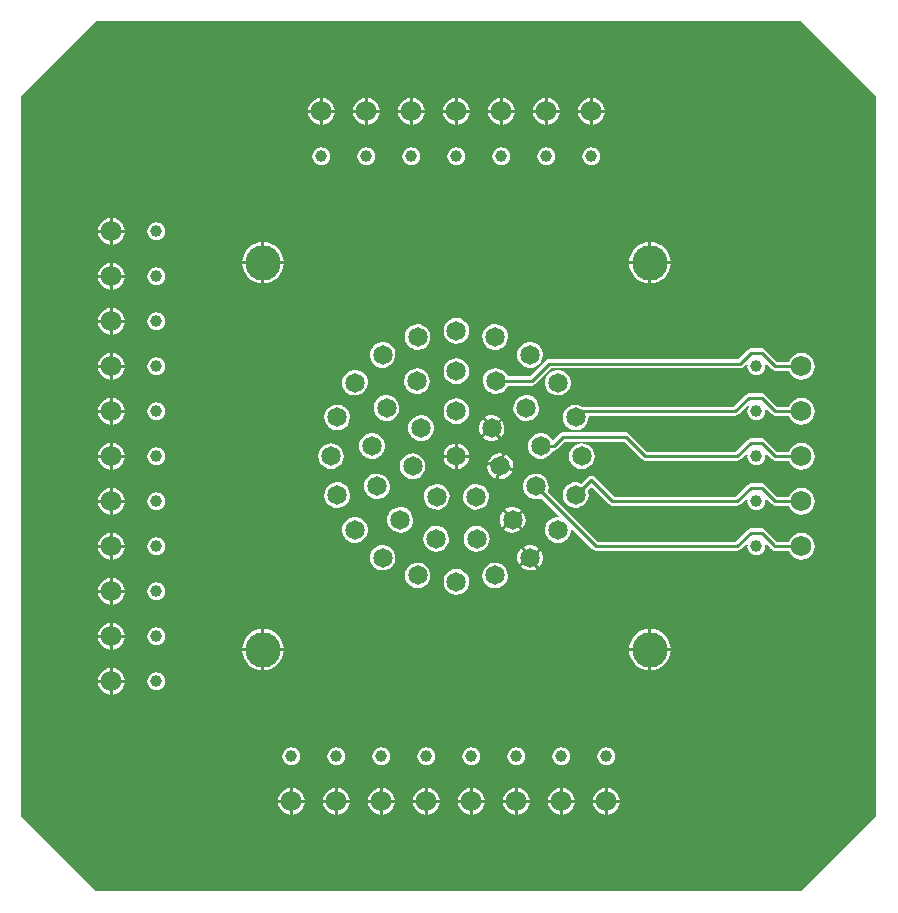
<source format=gbl>
G04 Layer_Physical_Order=2*
G04 Layer_Color=16711680*
%FSLAX24Y24*%
%MOIN*%
G70*
G01*
G75*
%ADD10C,0.0100*%
%ADD12C,0.0394*%
%ADD13C,0.0689*%
%ADD14C,0.0650*%
%ADD15C,0.1181*%
G36*
X29000Y27000D02*
Y3000D01*
X26500Y500D01*
X3000D01*
X500Y3000D01*
Y27000D01*
X3000Y29500D01*
X26500Y29500D01*
X29000Y27000D01*
D02*
G37*
%LPC*%
G36*
X19550Y26942D02*
Y26550D01*
X19942D01*
X19933Y26616D01*
X19888Y26724D01*
X19817Y26817D01*
X19724Y26888D01*
X19616Y26933D01*
X19550Y26942D01*
D02*
G37*
G36*
X18050D02*
Y26550D01*
X18442D01*
X18433Y26616D01*
X18388Y26724D01*
X18317Y26817D01*
X18224Y26888D01*
X18116Y26933D01*
X18050Y26942D01*
D02*
G37*
G36*
X16550D02*
Y26550D01*
X16942D01*
X16933Y26616D01*
X16888Y26724D01*
X16817Y26817D01*
X16724Y26888D01*
X16616Y26933D01*
X16550Y26942D01*
D02*
G37*
G36*
X15050D02*
Y26550D01*
X15442D01*
X15433Y26616D01*
X15388Y26724D01*
X15317Y26817D01*
X15224Y26888D01*
X15116Y26933D01*
X15050Y26942D01*
D02*
G37*
G36*
X13550D02*
Y26550D01*
X13942D01*
X13933Y26616D01*
X13888Y26724D01*
X13817Y26817D01*
X13724Y26888D01*
X13616Y26933D01*
X13550Y26942D01*
D02*
G37*
G36*
X12050D02*
Y26550D01*
X12442D01*
X12433Y26616D01*
X12388Y26724D01*
X12317Y26817D01*
X12224Y26888D01*
X12116Y26933D01*
X12050Y26942D01*
D02*
G37*
G36*
X10550D02*
Y26550D01*
X10942D01*
X10933Y26616D01*
X10888Y26724D01*
X10817Y26817D01*
X10724Y26888D01*
X10616Y26933D01*
X10550Y26942D01*
D02*
G37*
G36*
X19450D02*
X19384Y26933D01*
X19276Y26888D01*
X19183Y26817D01*
X19112Y26724D01*
X19067Y26616D01*
X19058Y26550D01*
X19450D01*
Y26942D01*
D02*
G37*
G36*
X17950D02*
X17884Y26933D01*
X17776Y26888D01*
X17683Y26817D01*
X17612Y26724D01*
X17567Y26616D01*
X17558Y26550D01*
X17950D01*
Y26942D01*
D02*
G37*
G36*
X16450D02*
X16384Y26933D01*
X16276Y26888D01*
X16183Y26817D01*
X16112Y26724D01*
X16067Y26616D01*
X16058Y26550D01*
X16450D01*
Y26942D01*
D02*
G37*
G36*
X14950D02*
X14884Y26933D01*
X14776Y26888D01*
X14683Y26817D01*
X14612Y26724D01*
X14567Y26616D01*
X14558Y26550D01*
X14950D01*
Y26942D01*
D02*
G37*
G36*
X13450D02*
X13384Y26933D01*
X13276Y26888D01*
X13183Y26817D01*
X13112Y26724D01*
X13067Y26616D01*
X13058Y26550D01*
X13450D01*
Y26942D01*
D02*
G37*
G36*
X11950D02*
X11884Y26933D01*
X11776Y26888D01*
X11683Y26817D01*
X11612Y26724D01*
X11567Y26616D01*
X11558Y26550D01*
X11950D01*
Y26942D01*
D02*
G37*
G36*
X10450D02*
X10384Y26933D01*
X10276Y26888D01*
X10183Y26817D01*
X10112Y26724D01*
X10067Y26616D01*
X10058Y26550D01*
X10450D01*
Y26942D01*
D02*
G37*
G36*
X19942Y26450D02*
X19550D01*
Y26058D01*
X19616Y26067D01*
X19724Y26112D01*
X19817Y26183D01*
X19888Y26276D01*
X19933Y26384D01*
X19942Y26450D01*
D02*
G37*
G36*
X18442D02*
X18050D01*
Y26058D01*
X18116Y26067D01*
X18224Y26112D01*
X18317Y26183D01*
X18388Y26276D01*
X18433Y26384D01*
X18442Y26450D01*
D02*
G37*
G36*
X16942D02*
X16550D01*
Y26058D01*
X16616Y26067D01*
X16724Y26112D01*
X16817Y26183D01*
X16888Y26276D01*
X16933Y26384D01*
X16942Y26450D01*
D02*
G37*
G36*
X15442D02*
X15050D01*
Y26058D01*
X15116Y26067D01*
X15224Y26112D01*
X15317Y26183D01*
X15388Y26276D01*
X15433Y26384D01*
X15442Y26450D01*
D02*
G37*
G36*
X13942D02*
X13550D01*
Y26058D01*
X13616Y26067D01*
X13724Y26112D01*
X13817Y26183D01*
X13888Y26276D01*
X13933Y26384D01*
X13942Y26450D01*
D02*
G37*
G36*
X12442D02*
X12050D01*
Y26058D01*
X12116Y26067D01*
X12224Y26112D01*
X12317Y26183D01*
X12388Y26276D01*
X12433Y26384D01*
X12442Y26450D01*
D02*
G37*
G36*
X10942D02*
X10550D01*
Y26058D01*
X10616Y26067D01*
X10724Y26112D01*
X10817Y26183D01*
X10888Y26276D01*
X10933Y26384D01*
X10942Y26450D01*
D02*
G37*
G36*
X19450D02*
X19058D01*
X19067Y26384D01*
X19112Y26276D01*
X19183Y26183D01*
X19276Y26112D01*
X19384Y26067D01*
X19450Y26058D01*
Y26450D01*
D02*
G37*
G36*
X17950D02*
X17558D01*
X17567Y26384D01*
X17612Y26276D01*
X17683Y26183D01*
X17776Y26112D01*
X17884Y26067D01*
X17950Y26058D01*
Y26450D01*
D02*
G37*
G36*
X16450D02*
X16058D01*
X16067Y26384D01*
X16112Y26276D01*
X16183Y26183D01*
X16276Y26112D01*
X16384Y26067D01*
X16450Y26058D01*
Y26450D01*
D02*
G37*
G36*
X14950D02*
X14558D01*
X14567Y26384D01*
X14612Y26276D01*
X14683Y26183D01*
X14776Y26112D01*
X14884Y26067D01*
X14950Y26058D01*
Y26450D01*
D02*
G37*
G36*
X13450D02*
X13058D01*
X13067Y26384D01*
X13112Y26276D01*
X13183Y26183D01*
X13276Y26112D01*
X13384Y26067D01*
X13450Y26058D01*
Y26450D01*
D02*
G37*
G36*
X11950D02*
X11558D01*
X11567Y26384D01*
X11612Y26276D01*
X11683Y26183D01*
X11776Y26112D01*
X11884Y26067D01*
X11950Y26058D01*
Y26450D01*
D02*
G37*
G36*
X10450D02*
X10058D01*
X10067Y26384D01*
X10112Y26276D01*
X10183Y26183D01*
X10276Y26112D01*
X10384Y26067D01*
X10450Y26058D01*
Y26450D01*
D02*
G37*
G36*
X19500Y25299D02*
X19423Y25289D01*
X19350Y25259D01*
X19288Y25212D01*
X19241Y25150D01*
X19211Y25077D01*
X19201Y25000D01*
X19211Y24923D01*
X19241Y24850D01*
X19288Y24788D01*
X19350Y24741D01*
X19423Y24711D01*
X19500Y24701D01*
X19577Y24711D01*
X19650Y24741D01*
X19712Y24788D01*
X19759Y24850D01*
X19789Y24923D01*
X19799Y25000D01*
X19789Y25077D01*
X19759Y25150D01*
X19712Y25212D01*
X19650Y25259D01*
X19577Y25289D01*
X19500Y25299D01*
D02*
G37*
G36*
X18000D02*
X17923Y25289D01*
X17850Y25259D01*
X17788Y25212D01*
X17741Y25150D01*
X17711Y25077D01*
X17701Y25000D01*
X17711Y24923D01*
X17741Y24850D01*
X17788Y24788D01*
X17850Y24741D01*
X17923Y24711D01*
X18000Y24701D01*
X18077Y24711D01*
X18150Y24741D01*
X18212Y24788D01*
X18259Y24850D01*
X18289Y24923D01*
X18299Y25000D01*
X18289Y25077D01*
X18259Y25150D01*
X18212Y25212D01*
X18150Y25259D01*
X18077Y25289D01*
X18000Y25299D01*
D02*
G37*
G36*
X16500D02*
X16423Y25289D01*
X16350Y25259D01*
X16288Y25212D01*
X16241Y25150D01*
X16211Y25077D01*
X16201Y25000D01*
X16211Y24923D01*
X16241Y24850D01*
X16288Y24788D01*
X16350Y24741D01*
X16423Y24711D01*
X16500Y24701D01*
X16577Y24711D01*
X16650Y24741D01*
X16712Y24788D01*
X16759Y24850D01*
X16789Y24923D01*
X16799Y25000D01*
X16789Y25077D01*
X16759Y25150D01*
X16712Y25212D01*
X16650Y25259D01*
X16577Y25289D01*
X16500Y25299D01*
D02*
G37*
G36*
X15000D02*
X14923Y25289D01*
X14850Y25259D01*
X14788Y25212D01*
X14741Y25150D01*
X14711Y25077D01*
X14701Y25000D01*
X14711Y24923D01*
X14741Y24850D01*
X14788Y24788D01*
X14850Y24741D01*
X14923Y24711D01*
X15000Y24701D01*
X15077Y24711D01*
X15150Y24741D01*
X15212Y24788D01*
X15259Y24850D01*
X15289Y24923D01*
X15299Y25000D01*
X15289Y25077D01*
X15259Y25150D01*
X15212Y25212D01*
X15150Y25259D01*
X15077Y25289D01*
X15000Y25299D01*
D02*
G37*
G36*
X13500D02*
X13423Y25289D01*
X13350Y25259D01*
X13288Y25212D01*
X13241Y25150D01*
X13211Y25077D01*
X13201Y25000D01*
X13211Y24923D01*
X13241Y24850D01*
X13288Y24788D01*
X13350Y24741D01*
X13423Y24711D01*
X13500Y24701D01*
X13577Y24711D01*
X13650Y24741D01*
X13712Y24788D01*
X13759Y24850D01*
X13789Y24923D01*
X13799Y25000D01*
X13789Y25077D01*
X13759Y25150D01*
X13712Y25212D01*
X13650Y25259D01*
X13577Y25289D01*
X13500Y25299D01*
D02*
G37*
G36*
X12000D02*
X11923Y25289D01*
X11850Y25259D01*
X11788Y25212D01*
X11741Y25150D01*
X11711Y25077D01*
X11701Y25000D01*
X11711Y24923D01*
X11741Y24850D01*
X11788Y24788D01*
X11850Y24741D01*
X11923Y24711D01*
X12000Y24701D01*
X12077Y24711D01*
X12150Y24741D01*
X12212Y24788D01*
X12259Y24850D01*
X12289Y24923D01*
X12299Y25000D01*
X12289Y25077D01*
X12259Y25150D01*
X12212Y25212D01*
X12150Y25259D01*
X12077Y25289D01*
X12000Y25299D01*
D02*
G37*
G36*
X10500D02*
X10423Y25289D01*
X10350Y25259D01*
X10288Y25212D01*
X10241Y25150D01*
X10211Y25077D01*
X10201Y25000D01*
X10211Y24923D01*
X10241Y24850D01*
X10288Y24788D01*
X10350Y24741D01*
X10423Y24711D01*
X10500Y24701D01*
X10577Y24711D01*
X10650Y24741D01*
X10712Y24788D01*
X10759Y24850D01*
X10789Y24923D01*
X10799Y25000D01*
X10789Y25077D01*
X10759Y25150D01*
X10712Y25212D01*
X10650Y25259D01*
X10577Y25289D01*
X10500Y25299D01*
D02*
G37*
G36*
X3550Y22942D02*
Y22550D01*
X3942D01*
X3933Y22616D01*
X3888Y22724D01*
X3817Y22817D01*
X3724Y22888D01*
X3616Y22933D01*
X3550Y22942D01*
D02*
G37*
G36*
X3450D02*
X3384Y22933D01*
X3276Y22888D01*
X3183Y22817D01*
X3112Y22724D01*
X3067Y22616D01*
X3058Y22550D01*
X3450D01*
Y22942D01*
D02*
G37*
G36*
X5000Y22799D02*
X4923Y22789D01*
X4850Y22759D01*
X4788Y22712D01*
X4741Y22650D01*
X4711Y22577D01*
X4701Y22500D01*
X4711Y22423D01*
X4741Y22350D01*
X4788Y22288D01*
X4850Y22241D01*
X4923Y22211D01*
X5000Y22201D01*
X5077Y22211D01*
X5150Y22241D01*
X5212Y22288D01*
X5259Y22350D01*
X5289Y22423D01*
X5299Y22500D01*
X5289Y22577D01*
X5259Y22650D01*
X5212Y22712D01*
X5150Y22759D01*
X5077Y22789D01*
X5000Y22799D01*
D02*
G37*
G36*
X3942Y22450D02*
X3550D01*
Y22058D01*
X3616Y22067D01*
X3724Y22112D01*
X3817Y22183D01*
X3888Y22276D01*
X3933Y22384D01*
X3942Y22450D01*
D02*
G37*
G36*
X3450D02*
X3058D01*
X3067Y22384D01*
X3112Y22276D01*
X3183Y22183D01*
X3276Y22112D01*
X3384Y22067D01*
X3450Y22058D01*
Y22450D01*
D02*
G37*
G36*
X21499Y22138D02*
Y21499D01*
X22138D01*
X22129Y21584D01*
X22090Y21714D01*
X22026Y21834D01*
X21939Y21939D01*
X21834Y22026D01*
X21714Y22090D01*
X21584Y22129D01*
X21499Y22138D01*
D02*
G37*
G36*
X21399D02*
X21313Y22129D01*
X21183Y22090D01*
X21063Y22026D01*
X20958Y21939D01*
X20872Y21834D01*
X20808Y21714D01*
X20768Y21584D01*
X20760Y21499D01*
X21399D01*
Y22138D01*
D02*
G37*
G36*
X8601D02*
Y21499D01*
X9240D01*
X9232Y21584D01*
X9192Y21714D01*
X9128Y21834D01*
X9042Y21939D01*
X8937Y22026D01*
X8817Y22090D01*
X8687Y22129D01*
X8601Y22138D01*
D02*
G37*
G36*
X8501D02*
X8416Y22129D01*
X8286Y22090D01*
X8166Y22026D01*
X8061Y21939D01*
X7974Y21834D01*
X7910Y21714D01*
X7871Y21584D01*
X7862Y21499D01*
X8501D01*
Y22138D01*
D02*
G37*
G36*
X3550Y21442D02*
Y21050D01*
X3942D01*
X3933Y21116D01*
X3888Y21224D01*
X3817Y21317D01*
X3724Y21388D01*
X3616Y21433D01*
X3550Y21442D01*
D02*
G37*
G36*
X3450D02*
X3384Y21433D01*
X3276Y21388D01*
X3183Y21317D01*
X3112Y21224D01*
X3067Y21116D01*
X3058Y21050D01*
X3450D01*
Y21442D01*
D02*
G37*
G36*
X22138Y21399D02*
X21499D01*
Y20760D01*
X21584Y20768D01*
X21714Y20808D01*
X21834Y20872D01*
X21939Y20958D01*
X22026Y21063D01*
X22090Y21183D01*
X22129Y21313D01*
X22138Y21399D01*
D02*
G37*
G36*
X21399D02*
X20760D01*
X20768Y21313D01*
X20808Y21183D01*
X20872Y21063D01*
X20958Y20958D01*
X21063Y20872D01*
X21183Y20808D01*
X21313Y20768D01*
X21399Y20760D01*
Y21399D01*
D02*
G37*
G36*
X9240D02*
X8601D01*
Y20760D01*
X8687Y20768D01*
X8817Y20808D01*
X8937Y20872D01*
X9042Y20958D01*
X9128Y21063D01*
X9192Y21183D01*
X9232Y21313D01*
X9240Y21399D01*
D02*
G37*
G36*
X8501D02*
X7862D01*
X7871Y21313D01*
X7910Y21183D01*
X7974Y21063D01*
X8061Y20958D01*
X8166Y20872D01*
X8286Y20808D01*
X8416Y20768D01*
X8501Y20760D01*
Y21399D01*
D02*
G37*
G36*
X5000Y21299D02*
X4923Y21289D01*
X4850Y21259D01*
X4788Y21212D01*
X4741Y21150D01*
X4711Y21077D01*
X4701Y21000D01*
X4711Y20923D01*
X4741Y20850D01*
X4788Y20788D01*
X4850Y20741D01*
X4923Y20711D01*
X5000Y20701D01*
X5077Y20711D01*
X5150Y20741D01*
X5212Y20788D01*
X5259Y20850D01*
X5289Y20923D01*
X5299Y21000D01*
X5289Y21077D01*
X5259Y21150D01*
X5212Y21212D01*
X5150Y21259D01*
X5077Y21289D01*
X5000Y21299D01*
D02*
G37*
G36*
X3942Y20950D02*
X3550D01*
Y20558D01*
X3616Y20567D01*
X3724Y20612D01*
X3817Y20683D01*
X3888Y20776D01*
X3933Y20884D01*
X3942Y20950D01*
D02*
G37*
G36*
X3450D02*
X3058D01*
X3067Y20884D01*
X3112Y20776D01*
X3183Y20683D01*
X3276Y20612D01*
X3384Y20567D01*
X3450Y20558D01*
Y20950D01*
D02*
G37*
G36*
X3550Y19942D02*
Y19550D01*
X3942D01*
X3933Y19616D01*
X3888Y19724D01*
X3817Y19817D01*
X3724Y19888D01*
X3616Y19933D01*
X3550Y19942D01*
D02*
G37*
G36*
X3450D02*
X3384Y19933D01*
X3276Y19888D01*
X3183Y19817D01*
X3112Y19724D01*
X3067Y19616D01*
X3058Y19550D01*
X3450D01*
Y19942D01*
D02*
G37*
G36*
X5000Y19799D02*
X4923Y19789D01*
X4850Y19759D01*
X4788Y19712D01*
X4741Y19650D01*
X4711Y19577D01*
X4701Y19500D01*
X4711Y19423D01*
X4741Y19350D01*
X4788Y19288D01*
X4850Y19241D01*
X4923Y19211D01*
X5000Y19201D01*
X5077Y19211D01*
X5150Y19241D01*
X5212Y19288D01*
X5259Y19350D01*
X5289Y19423D01*
X5299Y19500D01*
X5289Y19577D01*
X5259Y19650D01*
X5212Y19712D01*
X5150Y19759D01*
X5077Y19789D01*
X5000Y19799D01*
D02*
G37*
G36*
X3942Y19450D02*
X3550D01*
Y19058D01*
X3616Y19067D01*
X3724Y19112D01*
X3817Y19183D01*
X3888Y19276D01*
X3933Y19384D01*
X3942Y19450D01*
D02*
G37*
G36*
X3450D02*
X3058D01*
X3067Y19384D01*
X3112Y19276D01*
X3183Y19183D01*
X3276Y19112D01*
X3384Y19067D01*
X3450Y19058D01*
Y19450D01*
D02*
G37*
G36*
X15000Y19609D02*
X14889Y19594D01*
X14786Y19551D01*
X14697Y19483D01*
X14629Y19394D01*
X14586Y19291D01*
X14571Y19180D01*
X14586Y19069D01*
X14629Y18966D01*
X14697Y18877D01*
X14786Y18809D01*
X14889Y18766D01*
X15000Y18751D01*
X15111Y18766D01*
X15214Y18809D01*
X15303Y18877D01*
X15371Y18966D01*
X15414Y19069D01*
X15429Y19180D01*
X15414Y19291D01*
X15371Y19394D01*
X15303Y19483D01*
X15214Y19551D01*
X15111Y19594D01*
X15000Y19609D01*
D02*
G37*
G36*
X16314Y19404D02*
X16203Y19395D01*
X16097Y19357D01*
X16005Y19294D01*
X15932Y19209D01*
X15884Y19108D01*
X15864Y18998D01*
X15872Y18886D01*
X15910Y18781D01*
X15973Y18689D01*
X16058Y18616D01*
X16159Y18568D01*
X16269Y18547D01*
X16381Y18556D01*
X16486Y18593D01*
X16579Y18657D01*
X16651Y18742D01*
X16699Y18843D01*
X16720Y18953D01*
X16711Y19065D01*
X16674Y19170D01*
X16610Y19262D01*
X16525Y19335D01*
X16424Y19383D01*
X16314Y19404D01*
D02*
G37*
G36*
X13686D02*
X13576Y19383D01*
X13475Y19335D01*
X13390Y19262D01*
X13326Y19170D01*
X13289Y19065D01*
X13280Y18953D01*
X13301Y18843D01*
X13349Y18742D01*
X13421Y18657D01*
X13514Y18593D01*
X13619Y18556D01*
X13731Y18547D01*
X13841Y18568D01*
X13942Y18616D01*
X14027Y18689D01*
X14090Y18781D01*
X14128Y18886D01*
X14136Y18998D01*
X14116Y19108D01*
X14068Y19209D01*
X13995Y19294D01*
X13903Y19357D01*
X13797Y19395D01*
X13686Y19404D01*
D02*
G37*
G36*
X3550Y18442D02*
Y18050D01*
X3942D01*
X3933Y18116D01*
X3888Y18224D01*
X3817Y18317D01*
X3724Y18388D01*
X3616Y18433D01*
X3550Y18442D01*
D02*
G37*
G36*
X3450D02*
X3384Y18433D01*
X3276Y18388D01*
X3183Y18317D01*
X3112Y18224D01*
X3067Y18116D01*
X3058Y18050D01*
X3450D01*
Y18442D01*
D02*
G37*
G36*
X17502Y18808D02*
X17390Y18805D01*
X17283Y18773D01*
X17187Y18715D01*
X17110Y18634D01*
X17057Y18535D01*
X17031Y18427D01*
X17034Y18315D01*
X17065Y18207D01*
X17124Y18112D01*
X17205Y18035D01*
X17303Y17981D01*
X17412Y17955D01*
X17524Y17958D01*
X17631Y17990D01*
X17727Y18049D01*
X17804Y18130D01*
X17857Y18228D01*
X17883Y18337D01*
X17880Y18449D01*
X17849Y18556D01*
X17790Y18651D01*
X17709Y18728D01*
X17611Y18782D01*
X17502Y18808D01*
D02*
G37*
G36*
X12498D02*
X12389Y18782D01*
X12291Y18728D01*
X12210Y18651D01*
X12151Y18556D01*
X12120Y18449D01*
X12117Y18337D01*
X12143Y18228D01*
X12196Y18130D01*
X12273Y18049D01*
X12369Y17990D01*
X12476Y17958D01*
X12588Y17955D01*
X12697Y17981D01*
X12795Y18035D01*
X12876Y18112D01*
X12935Y18207D01*
X12966Y18315D01*
X12969Y18427D01*
X12943Y18535D01*
X12890Y18634D01*
X12813Y18715D01*
X12717Y18773D01*
X12610Y18805D01*
X12498Y18808D01*
D02*
G37*
G36*
X5000Y18299D02*
X4923Y18289D01*
X4850Y18259D01*
X4788Y18212D01*
X4741Y18150D01*
X4711Y18077D01*
X4701Y18000D01*
X4711Y17923D01*
X4741Y17850D01*
X4788Y17788D01*
X4850Y17741D01*
X4923Y17711D01*
X5000Y17701D01*
X5077Y17711D01*
X5150Y17741D01*
X5212Y17788D01*
X5259Y17850D01*
X5289Y17923D01*
X5299Y18000D01*
X5289Y18077D01*
X5259Y18150D01*
X5212Y18212D01*
X5150Y18259D01*
X5077Y18289D01*
X5000Y18299D01*
D02*
G37*
G36*
X3942Y17950D02*
X3550D01*
Y17558D01*
X3616Y17567D01*
X3724Y17612D01*
X3817Y17683D01*
X3888Y17776D01*
X3933Y17884D01*
X3942Y17950D01*
D02*
G37*
G36*
X3450D02*
X3058D01*
X3067Y17884D01*
X3112Y17776D01*
X3183Y17683D01*
X3276Y17612D01*
X3384Y17567D01*
X3450Y17558D01*
Y17950D01*
D02*
G37*
G36*
X25186Y18603D02*
X24814D01*
X24755Y18591D01*
X24705Y18558D01*
X24390Y18243D01*
X18090D01*
X18031Y18231D01*
X17982Y18198D01*
X17442Y17659D01*
X16713D01*
X16678Y17735D01*
X16606Y17821D01*
X16515Y17885D01*
X16410Y17924D01*
X16298Y17934D01*
X16188Y17915D01*
X16086Y17868D01*
X16000Y17796D01*
X15936Y17705D01*
X15897Y17600D01*
X15887Y17489D01*
X15906Y17378D01*
X15953Y17277D01*
X16025Y17191D01*
X16116Y17126D01*
X16221Y17088D01*
X16333Y17077D01*
X16443Y17096D01*
X16544Y17143D01*
X16630Y17215D01*
X16695Y17307D01*
X16712Y17353D01*
X17506D01*
X17564Y17364D01*
X17614Y17398D01*
X18153Y17937D01*
X24454D01*
X24512Y17949D01*
X24562Y17982D01*
X24661Y18081D01*
X24708Y18058D01*
X24701Y18000D01*
X24711Y17923D01*
X24741Y17850D01*
X24788Y17788D01*
X24850Y17741D01*
X24923Y17711D01*
X25000Y17701D01*
X25077Y17711D01*
X25150Y17741D01*
X25212Y17788D01*
X25259Y17850D01*
X25289Y17923D01*
X25299Y18000D01*
X25292Y18058D01*
X25339Y18081D01*
X25528Y17892D01*
X25578Y17859D01*
X25636Y17847D01*
X26082D01*
X26112Y17776D01*
X26183Y17683D01*
X26276Y17612D01*
X26384Y17567D01*
X26500Y17552D01*
X26616Y17567D01*
X26724Y17612D01*
X26817Y17683D01*
X26888Y17776D01*
X26933Y17884D01*
X26948Y18000D01*
X26933Y18116D01*
X26888Y18224D01*
X26817Y18317D01*
X26724Y18388D01*
X26616Y18433D01*
X26500Y18448D01*
X26384Y18433D01*
X26276Y18388D01*
X26183Y18317D01*
X26112Y18224D01*
X26082Y18153D01*
X25700D01*
X25295Y18558D01*
X25245Y18591D01*
X25186Y18603D01*
D02*
G37*
G36*
X15000Y18259D02*
X14889Y18244D01*
X14786Y18201D01*
X14697Y18133D01*
X14629Y18044D01*
X14586Y17941D01*
X14571Y17830D01*
X14586Y17719D01*
X14629Y17616D01*
X14697Y17527D01*
X14786Y17459D01*
X14889Y17416D01*
X15000Y17401D01*
X15111Y17416D01*
X15214Y17459D01*
X15303Y17527D01*
X15371Y17616D01*
X15414Y17719D01*
X15429Y17830D01*
X15414Y17941D01*
X15371Y18044D01*
X15303Y18133D01*
X15214Y18201D01*
X15111Y18244D01*
X15000Y18259D01*
D02*
G37*
G36*
X13702Y17934D02*
X13591Y17924D01*
X13486Y17885D01*
X13394Y17821D01*
X13323Y17735D01*
X13276Y17633D01*
X13257Y17523D01*
X13267Y17412D01*
X13305Y17307D01*
X13370Y17215D01*
X13456Y17144D01*
X13557Y17097D01*
X13668Y17078D01*
X13779Y17088D01*
X13884Y17126D01*
X13976Y17191D01*
X14047Y17277D01*
X14094Y17378D01*
X14113Y17489D01*
X14103Y17600D01*
X14064Y17705D01*
X14000Y17797D01*
X13914Y17868D01*
X13812Y17915D01*
X13702Y17934D01*
D02*
G37*
G36*
X18337Y17883D02*
X18228Y17857D01*
X18130Y17804D01*
X18049Y17727D01*
X17990Y17631D01*
X17958Y17524D01*
X17955Y17412D01*
X17981Y17303D01*
X18035Y17205D01*
X18112Y17124D01*
X18207Y17065D01*
X18315Y17034D01*
X18427Y17031D01*
X18535Y17057D01*
X18634Y17110D01*
X18715Y17187D01*
X18773Y17283D01*
X18805Y17390D01*
X18808Y17502D01*
X18782Y17611D01*
X18728Y17709D01*
X18651Y17790D01*
X18556Y17849D01*
X18449Y17880D01*
X18337Y17883D01*
D02*
G37*
G36*
X11663D02*
X11551Y17880D01*
X11444Y17849D01*
X11349Y17790D01*
X11272Y17709D01*
X11218Y17611D01*
X11192Y17502D01*
X11195Y17390D01*
X11227Y17283D01*
X11285Y17187D01*
X11366Y17110D01*
X11465Y17057D01*
X11573Y17031D01*
X11685Y17034D01*
X11793Y17065D01*
X11888Y17124D01*
X11965Y17205D01*
X12019Y17303D01*
X12045Y17412D01*
X12042Y17524D01*
X12010Y17631D01*
X11951Y17727D01*
X11870Y17804D01*
X11772Y17857D01*
X11663Y17883D01*
D02*
G37*
G36*
X25186Y17103D02*
X24750D01*
X24691Y17091D01*
X24642Y17058D01*
X24237Y16653D01*
X19200D01*
X19170Y16674D01*
X19065Y16711D01*
X18953Y16720D01*
X18843Y16699D01*
X18742Y16651D01*
X18657Y16579D01*
X18593Y16486D01*
X18556Y16381D01*
X18547Y16269D01*
X18568Y16159D01*
X18616Y16058D01*
X18689Y15973D01*
X18781Y15910D01*
X18886Y15872D01*
X18998Y15864D01*
X19108Y15884D01*
X19209Y15932D01*
X19294Y16005D01*
X19357Y16097D01*
X19395Y16203D01*
X19404Y16314D01*
X19431Y16347D01*
X24300D01*
X24359Y16359D01*
X24408Y16392D01*
X24716Y16700D01*
X24754Y16667D01*
X24741Y16650D01*
X24711Y16577D01*
X24701Y16500D01*
X24711Y16423D01*
X24741Y16350D01*
X24788Y16288D01*
X24850Y16241D01*
X24923Y16211D01*
X25000Y16201D01*
X25077Y16211D01*
X25150Y16241D01*
X25212Y16288D01*
X25259Y16350D01*
X25289Y16423D01*
X25299Y16500D01*
X25292Y16558D01*
X25339Y16581D01*
X25528Y16392D01*
X25578Y16359D01*
X25636Y16347D01*
X26082D01*
X26112Y16276D01*
X26183Y16183D01*
X26276Y16112D01*
X26384Y16067D01*
X26500Y16052D01*
X26616Y16067D01*
X26724Y16112D01*
X26817Y16183D01*
X26888Y16276D01*
X26933Y16384D01*
X26948Y16500D01*
X26933Y16616D01*
X26888Y16724D01*
X26817Y16817D01*
X26724Y16888D01*
X26616Y16933D01*
X26500Y16948D01*
X26384Y16933D01*
X26276Y16888D01*
X26183Y16817D01*
X26112Y16724D01*
X26082Y16653D01*
X25700D01*
X25295Y17058D01*
X25245Y17091D01*
X25186Y17103D01*
D02*
G37*
G36*
X3550Y16942D02*
Y16550D01*
X3942D01*
X3933Y16616D01*
X3888Y16724D01*
X3817Y16817D01*
X3724Y16888D01*
X3616Y16933D01*
X3550Y16942D01*
D02*
G37*
G36*
X3450D02*
X3384Y16933D01*
X3276Y16888D01*
X3183Y16817D01*
X3112Y16724D01*
X3067Y16616D01*
X3058Y16550D01*
X3450D01*
Y16942D01*
D02*
G37*
G36*
X5000Y16799D02*
X4923Y16789D01*
X4850Y16759D01*
X4788Y16712D01*
X4741Y16650D01*
X4711Y16577D01*
X4701Y16500D01*
X4711Y16423D01*
X4741Y16350D01*
X4788Y16288D01*
X4850Y16241D01*
X4923Y16211D01*
X5000Y16201D01*
X5077Y16211D01*
X5150Y16241D01*
X5212Y16288D01*
X5259Y16350D01*
X5289Y16423D01*
X5299Y16500D01*
X5289Y16577D01*
X5259Y16650D01*
X5212Y16712D01*
X5150Y16759D01*
X5077Y16789D01*
X5000Y16799D01*
D02*
G37*
G36*
X12705Y17035D02*
X12594Y17029D01*
X12487Y16995D01*
X12393Y16934D01*
X12318Y16851D01*
X12267Y16752D01*
X12244Y16642D01*
X12249Y16530D01*
X12284Y16424D01*
X12344Y16330D01*
X12427Y16255D01*
X12527Y16204D01*
X12636Y16180D01*
X12748Y16186D01*
X12855Y16220D01*
X12949Y16281D01*
X13024Y16364D01*
X13075Y16464D01*
X13098Y16573D01*
X13093Y16685D01*
X13058Y16791D01*
X12997Y16885D01*
X12914Y16960D01*
X12815Y17011D01*
X12705Y17035D01*
D02*
G37*
G36*
X17295Y17035D02*
X17185Y17011D01*
X17086Y16960D01*
X17003Y16885D01*
X16942Y16791D01*
X16908Y16685D01*
X16902Y16573D01*
X16925Y16464D01*
X16976Y16364D01*
X17051Y16281D01*
X17145Y16220D01*
X17252Y16186D01*
X17364Y16180D01*
X17473Y16204D01*
X17573Y16255D01*
X17656Y16330D01*
X17716Y16424D01*
X17751Y16530D01*
X17756Y16642D01*
X17733Y16751D01*
X17682Y16851D01*
X17607Y16934D01*
X17513Y16995D01*
X17406Y17029D01*
X17295Y17035D01*
D02*
G37*
G36*
X15000Y16929D02*
X14889Y16914D01*
X14786Y16871D01*
X14697Y16803D01*
X14629Y16714D01*
X14586Y16611D01*
X14571Y16500D01*
X14586Y16389D01*
X14629Y16286D01*
X14697Y16197D01*
X14786Y16129D01*
X14889Y16086D01*
X15000Y16071D01*
X15111Y16086D01*
X15214Y16129D01*
X15303Y16197D01*
X15371Y16286D01*
X15414Y16389D01*
X15429Y16500D01*
X15414Y16611D01*
X15371Y16714D01*
X15303Y16803D01*
X15214Y16871D01*
X15111Y16914D01*
X15000Y16929D01*
D02*
G37*
G36*
X3942Y16450D02*
X3550D01*
Y16058D01*
X3616Y16067D01*
X3724Y16112D01*
X3817Y16183D01*
X3888Y16276D01*
X3933Y16384D01*
X3942Y16450D01*
D02*
G37*
G36*
X3450D02*
X3058D01*
X3067Y16384D01*
X3112Y16276D01*
X3183Y16183D01*
X3276Y16112D01*
X3384Y16067D01*
X3450Y16058D01*
Y16450D01*
D02*
G37*
G36*
X16221Y16361D02*
X16109Y16359D01*
X16001Y16328D01*
X15949Y16296D01*
X16181Y16005D01*
X16472Y16237D01*
X16427Y16280D01*
X16329Y16334D01*
X16221Y16361D01*
D02*
G37*
G36*
X11047Y16720D02*
X10935Y16711D01*
X10830Y16674D01*
X10738Y16610D01*
X10665Y16525D01*
X10617Y16424D01*
X10596Y16314D01*
X10605Y16203D01*
X10643Y16097D01*
X10706Y16005D01*
X10791Y15932D01*
X10892Y15884D01*
X11002Y15864D01*
X11114Y15872D01*
X11219Y15910D01*
X11311Y15973D01*
X11384Y16058D01*
X11432Y16159D01*
X11453Y16269D01*
X11444Y16381D01*
X11407Y16486D01*
X11343Y16579D01*
X11258Y16651D01*
X11157Y16699D01*
X11047Y16720D01*
D02*
G37*
G36*
X15871Y16234D02*
X15828Y16190D01*
X15774Y16092D01*
X15747Y15983D01*
X15749Y15871D01*
X15780Y15764D01*
X15812Y15711D01*
X16103Y15943D01*
X15871Y16234D01*
D02*
G37*
G36*
X16534Y16159D02*
X16243Y15927D01*
X16475Y15636D01*
X16518Y15681D01*
X16572Y15779D01*
X16599Y15887D01*
X16597Y15999D01*
X16566Y16107D01*
X16534Y16159D01*
D02*
G37*
G36*
X20660Y15793D02*
X18540D01*
X18481Y15781D01*
X18432Y15748D01*
X18228Y15545D01*
X18179Y15551D01*
X18152Y15598D01*
X18074Y15678D01*
X17977Y15735D01*
X17870Y15765D01*
X17758Y15767D01*
X17649Y15739D01*
X17552Y15684D01*
X17472Y15605D01*
X17415Y15509D01*
X17385Y15401D01*
X17384Y15289D01*
X17412Y15181D01*
X17467Y15083D01*
X17545Y15004D01*
X17641Y14947D01*
X17749Y14917D01*
X17861Y14915D01*
X17969Y14943D01*
X18067Y14998D01*
X18147Y15077D01*
X18204Y15173D01*
X18208Y15188D01*
X18241D01*
X18299Y15200D01*
X18349Y15233D01*
X18603Y15487D01*
X20597D01*
X21192Y14892D01*
X21241Y14859D01*
X21300Y14847D01*
X24364D01*
X24422Y14859D01*
X24472Y14892D01*
X24661Y15081D01*
X24708Y15058D01*
X24701Y15000D01*
X24711Y14923D01*
X24741Y14850D01*
X24788Y14788D01*
X24850Y14741D01*
X24923Y14711D01*
X25000Y14701D01*
X25077Y14711D01*
X25150Y14741D01*
X25212Y14788D01*
X25259Y14850D01*
X25289Y14923D01*
X25299Y15000D01*
X25292Y15058D01*
X25339Y15081D01*
X25528Y14892D01*
X25578Y14859D01*
X25636Y14847D01*
X26082D01*
X26112Y14776D01*
X26183Y14683D01*
X26276Y14612D01*
X26384Y14567D01*
X26500Y14552D01*
X26616Y14567D01*
X26724Y14612D01*
X26817Y14683D01*
X26888Y14776D01*
X26933Y14884D01*
X26948Y15000D01*
X26933Y15116D01*
X26888Y15224D01*
X26817Y15317D01*
X26724Y15388D01*
X26616Y15433D01*
X26500Y15448D01*
X26384Y15433D01*
X26276Y15388D01*
X26183Y15317D01*
X26112Y15224D01*
X26082Y15153D01*
X25700D01*
X25295Y15558D01*
X25245Y15591D01*
X25186Y15603D01*
X24814D01*
X24755Y15591D01*
X24705Y15558D01*
X24300Y15153D01*
X21363D01*
X20768Y15748D01*
X20719Y15781D01*
X20660Y15793D01*
D02*
G37*
G36*
X13779Y16361D02*
X13671Y16334D01*
X13573Y16280D01*
X13492Y16203D01*
X13434Y16107D01*
X13403Y15999D01*
X13401Y15887D01*
X13428Y15779D01*
X13482Y15681D01*
X13560Y15600D01*
X13656Y15542D01*
X13763Y15511D01*
X13875Y15509D01*
X13984Y15536D01*
X14082Y15590D01*
X14162Y15668D01*
X14220Y15764D01*
X14251Y15871D01*
X14253Y15983D01*
X14226Y16092D01*
X14172Y16190D01*
X14095Y16270D01*
X13999Y16328D01*
X13891Y16359D01*
X13779Y16361D01*
D02*
G37*
G36*
X16165Y15865D02*
X15874Y15633D01*
X15918Y15590D01*
X16016Y15536D01*
X16125Y15509D01*
X16237Y15511D01*
X16344Y15542D01*
X16397Y15574D01*
X16165Y15865D01*
D02*
G37*
G36*
X15050Y15422D02*
Y15050D01*
X15422D01*
X15414Y15111D01*
X15371Y15214D01*
X15303Y15303D01*
X15214Y15371D01*
X15111Y15414D01*
X15050Y15422D01*
D02*
G37*
G36*
X14950D02*
X14889Y15414D01*
X14786Y15371D01*
X14697Y15303D01*
X14629Y15214D01*
X14586Y15111D01*
X14578Y15050D01*
X14950D01*
Y15422D01*
D02*
G37*
G36*
X3550Y15442D02*
Y15050D01*
X3942D01*
X3933Y15116D01*
X3888Y15224D01*
X3817Y15317D01*
X3724Y15388D01*
X3616Y15433D01*
X3550Y15442D01*
D02*
G37*
G36*
X3450D02*
X3384Y15433D01*
X3276Y15388D01*
X3183Y15317D01*
X3112Y15224D01*
X3067Y15116D01*
X3058Y15050D01*
X3450D01*
Y15442D01*
D02*
G37*
G36*
X12242Y15767D02*
X12130Y15766D01*
X12023Y15736D01*
X11926Y15679D01*
X11848Y15599D01*
X11793Y15501D01*
X11765Y15393D01*
X11766Y15281D01*
X11796Y15173D01*
X11853Y15077D01*
X11933Y14998D01*
X12031Y14943D01*
X12139Y14916D01*
X12251Y14917D01*
X12359Y14947D01*
X12455Y15004D01*
X12533Y15084D01*
X12588Y15181D01*
X12616Y15289D01*
X12615Y15401D01*
X12585Y15509D01*
X12528Y15606D01*
X12448Y15684D01*
X12351Y15739D01*
X12242Y15767D01*
D02*
G37*
G36*
X16446Y15095D02*
X16336Y15076D01*
X16234Y15029D01*
X16148Y14958D01*
X16083Y14866D01*
X16062Y14809D01*
X16425Y14726D01*
X16508Y15089D01*
X16446Y15095D01*
D02*
G37*
G36*
X5000Y15299D02*
X4923Y15289D01*
X4850Y15259D01*
X4788Y15212D01*
X4741Y15150D01*
X4711Y15077D01*
X4701Y15000D01*
X4711Y14923D01*
X4741Y14850D01*
X4788Y14788D01*
X4850Y14741D01*
X4923Y14711D01*
X5000Y14701D01*
X5077Y14711D01*
X5150Y14741D01*
X5212Y14788D01*
X5259Y14850D01*
X5289Y14923D01*
X5299Y15000D01*
X5289Y15077D01*
X5259Y15150D01*
X5212Y15212D01*
X5150Y15259D01*
X5077Y15289D01*
X5000Y15299D01*
D02*
G37*
G36*
X16605Y15067D02*
X16522Y14704D01*
X16885Y14621D01*
X16891Y14682D01*
X16872Y14792D01*
X16825Y14894D01*
X16754Y14980D01*
X16663Y15045D01*
X16605Y15067D01*
D02*
G37*
G36*
X15422Y14950D02*
X15050D01*
Y14578D01*
X15111Y14586D01*
X15214Y14629D01*
X15303Y14697D01*
X15371Y14786D01*
X15414Y14889D01*
X15422Y14950D01*
D02*
G37*
G36*
X14950D02*
X14578D01*
X14586Y14889D01*
X14629Y14786D01*
X14697Y14697D01*
X14786Y14629D01*
X14889Y14586D01*
X14950Y14578D01*
Y14950D01*
D02*
G37*
G36*
X19180Y15429D02*
X19069Y15414D01*
X18966Y15371D01*
X18877Y15303D01*
X18809Y15214D01*
X18766Y15111D01*
X18751Y15000D01*
X18766Y14889D01*
X18809Y14786D01*
X18877Y14697D01*
X18966Y14629D01*
X19069Y14586D01*
X19180Y14571D01*
X19291Y14586D01*
X19394Y14629D01*
X19483Y14697D01*
X19551Y14786D01*
X19594Y14889D01*
X19609Y15000D01*
X19594Y15111D01*
X19551Y15214D01*
X19483Y15303D01*
X19394Y15371D01*
X19291Y15414D01*
X19180Y15429D01*
D02*
G37*
G36*
X10820D02*
X10709Y15414D01*
X10606Y15371D01*
X10517Y15303D01*
X10449Y15214D01*
X10406Y15111D01*
X10391Y15000D01*
X10406Y14889D01*
X10449Y14786D01*
X10517Y14697D01*
X10606Y14629D01*
X10709Y14586D01*
X10820Y14571D01*
X10931Y14586D01*
X11034Y14629D01*
X11123Y14697D01*
X11191Y14786D01*
X11234Y14889D01*
X11249Y15000D01*
X11234Y15111D01*
X11191Y15214D01*
X11123Y15303D01*
X11034Y15371D01*
X10931Y15414D01*
X10820Y15429D01*
D02*
G37*
G36*
X3942Y14950D02*
X3550D01*
Y14558D01*
X3616Y14567D01*
X3724Y14612D01*
X3817Y14683D01*
X3888Y14776D01*
X3933Y14884D01*
X3942Y14950D01*
D02*
G37*
G36*
X3450D02*
X3058D01*
X3067Y14884D01*
X3112Y14776D01*
X3183Y14683D01*
X3276Y14612D01*
X3384Y14567D01*
X3450Y14558D01*
Y14950D01*
D02*
G37*
G36*
X16040Y14711D02*
X16034Y14650D01*
X16053Y14540D01*
X16099Y14438D01*
X16171Y14352D01*
X16262Y14287D01*
X16320Y14266D01*
X16402Y14629D01*
X16040Y14711D01*
D02*
G37*
G36*
X13554Y15095D02*
X13442Y15084D01*
X13337Y15045D01*
X13246Y14980D01*
X13175Y14894D01*
X13128Y14793D01*
X13109Y14682D01*
X13120Y14571D01*
X13159Y14466D01*
X13223Y14375D01*
X13310Y14303D01*
X13411Y14257D01*
X13522Y14238D01*
X13633Y14248D01*
X13738Y14287D01*
X13829Y14352D01*
X13901Y14438D01*
X13947Y14540D01*
X13966Y14650D01*
X13956Y14762D01*
X13917Y14867D01*
X13852Y14958D01*
X13766Y15029D01*
X13664Y15076D01*
X13554Y15095D01*
D02*
G37*
G36*
X16500Y14606D02*
X16417Y14244D01*
X16478Y14238D01*
X16589Y14257D01*
X16690Y14303D01*
X16777Y14375D01*
X16841Y14466D01*
X16863Y14523D01*
X16500Y14606D01*
D02*
G37*
G36*
X19500Y14353D02*
X19441Y14341D01*
X19392Y14308D01*
X19170Y14086D01*
X19108Y14116D01*
X18998Y14136D01*
X18886Y14128D01*
X18781Y14090D01*
X18689Y14027D01*
X18616Y13942D01*
X18568Y13841D01*
X18547Y13731D01*
X18556Y13619D01*
X18593Y13514D01*
X18657Y13421D01*
X18742Y13349D01*
X18843Y13301D01*
X18953Y13280D01*
X19065Y13289D01*
X19170Y13326D01*
X19262Y13390D01*
X19335Y13475D01*
X19383Y13576D01*
X19404Y13686D01*
X19395Y13797D01*
X19374Y13857D01*
X19500Y13984D01*
X20092Y13392D01*
X20141Y13359D01*
X20200Y13347D01*
X24364D01*
X24422Y13359D01*
X24472Y13392D01*
X24661Y13581D01*
X24708Y13558D01*
X24701Y13500D01*
X24711Y13423D01*
X24741Y13350D01*
X24788Y13288D01*
X24850Y13241D01*
X24923Y13211D01*
X25000Y13201D01*
X25077Y13211D01*
X25150Y13241D01*
X25212Y13288D01*
X25259Y13350D01*
X25289Y13423D01*
X25299Y13500D01*
X25292Y13558D01*
X25339Y13581D01*
X25528Y13392D01*
X25578Y13359D01*
X25636Y13347D01*
X26082D01*
X26112Y13276D01*
X26183Y13183D01*
X26276Y13112D01*
X26384Y13067D01*
X26500Y13052D01*
X26616Y13067D01*
X26724Y13112D01*
X26817Y13183D01*
X26888Y13276D01*
X26933Y13384D01*
X26948Y13500D01*
X26933Y13616D01*
X26888Y13724D01*
X26817Y13817D01*
X26724Y13888D01*
X26616Y13933D01*
X26500Y13948D01*
X26384Y13933D01*
X26276Y13888D01*
X26183Y13817D01*
X26112Y13724D01*
X26082Y13653D01*
X25700D01*
X25295Y14058D01*
X25245Y14091D01*
X25186Y14103D01*
X24814D01*
X24755Y14091D01*
X24705Y14058D01*
X24300Y13653D01*
X20263D01*
X19608Y14308D01*
X19559Y14341D01*
X19500Y14353D01*
D02*
G37*
G36*
X12311Y14423D02*
X12202Y14397D01*
X12103Y14344D01*
X12022Y14268D01*
X11963Y14172D01*
X11931Y14065D01*
X11927Y13953D01*
X11953Y13845D01*
X12006Y13746D01*
X12083Y13664D01*
X12178Y13606D01*
X12285Y13573D01*
X12397Y13570D01*
X12506Y13596D01*
X12604Y13649D01*
X12686Y13725D01*
X12745Y13821D01*
X12777Y13928D01*
X12780Y14040D01*
X12755Y14149D01*
X12702Y14247D01*
X12625Y14329D01*
X12530Y14387D01*
X12423Y14420D01*
X12311Y14423D01*
D02*
G37*
G36*
X3550Y13942D02*
Y13550D01*
X3942D01*
X3933Y13616D01*
X3888Y13724D01*
X3817Y13817D01*
X3724Y13888D01*
X3616Y13933D01*
X3550Y13942D01*
D02*
G37*
G36*
X3450D02*
X3384Y13933D01*
X3276Y13888D01*
X3183Y13817D01*
X3112Y13724D01*
X3067Y13616D01*
X3058Y13550D01*
X3450D01*
Y13942D01*
D02*
G37*
G36*
X11002Y14136D02*
X10892Y14116D01*
X10791Y14068D01*
X10706Y13995D01*
X10643Y13903D01*
X10605Y13797D01*
X10596Y13686D01*
X10617Y13576D01*
X10665Y13475D01*
X10738Y13390D01*
X10830Y13326D01*
X10935Y13289D01*
X11047Y13280D01*
X11157Y13301D01*
X11258Y13349D01*
X11343Y13421D01*
X11407Y13514D01*
X11444Y13619D01*
X11453Y13731D01*
X11432Y13841D01*
X11384Y13942D01*
X11311Y14027D01*
X11219Y14090D01*
X11114Y14128D01*
X11002Y14136D01*
D02*
G37*
G36*
X14317Y14076D02*
X14208Y14053D01*
X14108Y14003D01*
X14024Y13928D01*
X13963Y13835D01*
X13928Y13728D01*
X13922Y13617D01*
X13945Y13507D01*
X13995Y13407D01*
X14070Y13324D01*
X14163Y13262D01*
X14269Y13227D01*
X14381Y13221D01*
X14491Y13244D01*
X14591Y13294D01*
X14674Y13369D01*
X14735Y13463D01*
X14770Y13569D01*
X14777Y13681D01*
X14754Y13790D01*
X14703Y13890D01*
X14629Y13973D01*
X14535Y14035D01*
X14429Y14070D01*
X14317Y14076D01*
D02*
G37*
G36*
X15683Y14076D02*
X15571Y14070D01*
X15465Y14035D01*
X15371Y13973D01*
X15297Y13890D01*
X15246Y13790D01*
X15223Y13681D01*
X15230Y13569D01*
X15265Y13463D01*
X15326Y13369D01*
X15409Y13294D01*
X15509Y13244D01*
X15619Y13221D01*
X15730Y13227D01*
X15837Y13262D01*
X15930Y13324D01*
X16005Y13407D01*
X16055Y13507D01*
X16078Y13616D01*
X16072Y13728D01*
X16037Y13835D01*
X15976Y13928D01*
X15892Y14003D01*
X15792Y14053D01*
X15683Y14076D01*
D02*
G37*
G36*
X5000Y13799D02*
X4923Y13789D01*
X4850Y13759D01*
X4788Y13712D01*
X4741Y13650D01*
X4711Y13577D01*
X4701Y13500D01*
X4711Y13423D01*
X4741Y13350D01*
X4788Y13288D01*
X4850Y13241D01*
X4923Y13211D01*
X5000Y13201D01*
X5077Y13211D01*
X5150Y13241D01*
X5212Y13288D01*
X5259Y13350D01*
X5289Y13423D01*
X5299Y13500D01*
X5289Y13577D01*
X5259Y13650D01*
X5212Y13712D01*
X5150Y13759D01*
X5077Y13789D01*
X5000Y13799D01*
D02*
G37*
G36*
X3942Y13450D02*
X3550D01*
Y13058D01*
X3616Y13067D01*
X3724Y13112D01*
X3817Y13183D01*
X3888Y13276D01*
X3933Y13384D01*
X3942Y13450D01*
D02*
G37*
G36*
X3450D02*
X3058D01*
X3067Y13384D01*
X3112Y13276D01*
X3183Y13183D01*
X3276Y13112D01*
X3384Y13067D01*
X3450Y13058D01*
Y13450D01*
D02*
G37*
G36*
X16902Y13310D02*
X16791Y13302D01*
X16685Y13265D01*
X16634Y13231D01*
X16881Y12952D01*
X17159Y13199D01*
X17113Y13239D01*
X17012Y13288D01*
X16902Y13310D01*
D02*
G37*
G36*
X16559Y13164D02*
X16519Y13118D01*
X16470Y13017D01*
X16449Y12908D01*
X16457Y12796D01*
X16493Y12690D01*
X16527Y12639D01*
X16806Y12886D01*
X16559Y13164D01*
D02*
G37*
G36*
X17226Y13124D02*
X16947Y12877D01*
X17194Y12599D01*
X17234Y12645D01*
X17283Y12746D01*
X17304Y12856D01*
X17297Y12967D01*
X17260Y13073D01*
X17226Y13124D01*
D02*
G37*
G36*
X13097Y13310D02*
X12988Y13288D01*
X12887Y13239D01*
X12802Y13166D01*
X12740Y13073D01*
X12703Y12968D01*
X12695Y12856D01*
X12717Y12746D01*
X12766Y12645D01*
X12839Y12561D01*
X12932Y12498D01*
X13038Y12462D01*
X13149Y12454D01*
X13259Y12475D01*
X13360Y12524D01*
X13444Y12598D01*
X13507Y12690D01*
X13543Y12796D01*
X13551Y12908D01*
X13530Y13017D01*
X13481Y13118D01*
X13408Y13203D01*
X13315Y13265D01*
X13209Y13302D01*
X13097Y13310D01*
D02*
G37*
G36*
X16872Y12811D02*
X16594Y12564D01*
X16640Y12524D01*
X16741Y12475D01*
X16851Y12454D01*
X16962Y12462D01*
X17068Y12498D01*
X17119Y12533D01*
X16872Y12811D01*
D02*
G37*
G36*
X11573Y12969D02*
X11465Y12943D01*
X11366Y12890D01*
X11285Y12813D01*
X11227Y12717D01*
X11195Y12610D01*
X11192Y12498D01*
X11218Y12389D01*
X11272Y12291D01*
X11349Y12210D01*
X11444Y12151D01*
X11551Y12120D01*
X11663Y12117D01*
X11772Y12143D01*
X11870Y12196D01*
X11951Y12273D01*
X12010Y12369D01*
X12042Y12476D01*
X12045Y12588D01*
X12019Y12697D01*
X11965Y12795D01*
X11888Y12876D01*
X11793Y12935D01*
X11685Y12966D01*
X11573Y12969D01*
D02*
G37*
G36*
X3550Y12442D02*
Y12050D01*
X3942D01*
X3933Y12116D01*
X3888Y12224D01*
X3817Y12317D01*
X3724Y12388D01*
X3616Y12433D01*
X3550Y12442D01*
D02*
G37*
G36*
X3450D02*
X3384Y12433D01*
X3276Y12388D01*
X3183Y12317D01*
X3112Y12224D01*
X3067Y12116D01*
X3058Y12050D01*
X3450D01*
Y12442D01*
D02*
G37*
G36*
X14314Y12681D02*
X14203Y12664D01*
X14101Y12619D01*
X14014Y12549D01*
X13947Y12459D01*
X13906Y12355D01*
X13894Y12244D01*
X13911Y12133D01*
X13956Y12031D01*
X14026Y11943D01*
X14116Y11877D01*
X14220Y11836D01*
X14331Y11824D01*
X14442Y11841D01*
X14544Y11885D01*
X14632Y11955D01*
X14698Y12045D01*
X14739Y12150D01*
X14751Y12261D01*
X14734Y12372D01*
X14690Y12474D01*
X14620Y12561D01*
X14529Y12628D01*
X14425Y12668D01*
X14314Y12681D01*
D02*
G37*
G36*
X15686Y12681D02*
X15575Y12668D01*
X15470Y12628D01*
X15380Y12561D01*
X15310Y12474D01*
X15265Y12371D01*
X15249Y12261D01*
X15261Y12150D01*
X15302Y12045D01*
X15368Y11955D01*
X15455Y11885D01*
X15558Y11840D01*
X15669Y11824D01*
X15780Y11836D01*
X15884Y11877D01*
X15974Y11943D01*
X16044Y12030D01*
X16089Y12133D01*
X16106Y12244D01*
X16093Y12355D01*
X16053Y12459D01*
X15986Y12549D01*
X15899Y12619D01*
X15796Y12664D01*
X15686Y12681D01*
D02*
G37*
G36*
X5000Y12299D02*
X4923Y12289D01*
X4850Y12259D01*
X4788Y12212D01*
X4741Y12150D01*
X4711Y12077D01*
X4701Y12000D01*
X4711Y11923D01*
X4741Y11850D01*
X4788Y11788D01*
X4850Y11741D01*
X4923Y11711D01*
X5000Y11701D01*
X5077Y11711D01*
X5150Y11741D01*
X5212Y11788D01*
X5259Y11850D01*
X5289Y11923D01*
X5299Y12000D01*
X5289Y12077D01*
X5259Y12150D01*
X5212Y12212D01*
X5150Y12259D01*
X5077Y12289D01*
X5000Y12299D01*
D02*
G37*
G36*
X17412Y12045D02*
X17303Y12019D01*
X17249Y11989D01*
X17468Y11688D01*
X17769Y11907D01*
X17727Y11951D01*
X17631Y12010D01*
X17524Y12042D01*
X17412Y12045D01*
D02*
G37*
G36*
X3942Y11950D02*
X3550D01*
Y11558D01*
X3616Y11567D01*
X3724Y11612D01*
X3817Y11683D01*
X3888Y11776D01*
X3933Y11884D01*
X3942Y11950D01*
D02*
G37*
G36*
X3450D02*
X3058D01*
X3067Y11884D01*
X3112Y11776D01*
X3183Y11683D01*
X3276Y11612D01*
X3384Y11567D01*
X3450Y11558D01*
Y11950D01*
D02*
G37*
G36*
X17689Y14423D02*
X17577Y14419D01*
X17470Y14387D01*
X17375Y14328D01*
X17298Y14247D01*
X17245Y14148D01*
X17220Y14039D01*
X17223Y13928D01*
X17255Y13820D01*
X17314Y13725D01*
X17395Y13649D01*
X17494Y13596D01*
X17603Y13570D01*
X17715Y13573D01*
X17821Y13605D01*
X18407Y13019D01*
X18387Y12968D01*
X18315Y12966D01*
X18207Y12935D01*
X18112Y12876D01*
X18035Y12795D01*
X17981Y12697D01*
X17955Y12588D01*
X17958Y12476D01*
X17990Y12369D01*
X18049Y12273D01*
X18130Y12196D01*
X18228Y12143D01*
X18337Y12117D01*
X18449Y12120D01*
X18556Y12151D01*
X18651Y12210D01*
X18728Y12291D01*
X18782Y12389D01*
X18808Y12498D01*
X18807Y12549D01*
X18856Y12570D01*
X19534Y11892D01*
X19584Y11859D01*
X19642Y11847D01*
X24364D01*
X24422Y11859D01*
X24472Y11892D01*
X24661Y12081D01*
X24708Y12058D01*
X24701Y12000D01*
X24711Y11923D01*
X24741Y11850D01*
X24788Y11788D01*
X24850Y11741D01*
X24923Y11711D01*
X25000Y11701D01*
X25077Y11711D01*
X25150Y11741D01*
X25212Y11788D01*
X25259Y11850D01*
X25289Y11923D01*
X25299Y12000D01*
X25292Y12058D01*
X25339Y12081D01*
X25454Y11966D01*
X25459Y11941D01*
X25492Y11892D01*
X25541Y11859D01*
X25600Y11847D01*
X26082D01*
X26112Y11776D01*
X26183Y11683D01*
X26276Y11612D01*
X26384Y11567D01*
X26500Y11552D01*
X26616Y11567D01*
X26724Y11612D01*
X26817Y11683D01*
X26888Y11776D01*
X26933Y11884D01*
X26948Y12000D01*
X26933Y12116D01*
X26888Y12224D01*
X26817Y12317D01*
X26724Y12388D01*
X26616Y12433D01*
X26500Y12448D01*
X26384Y12433D01*
X26276Y12388D01*
X26183Y12317D01*
X26112Y12224D01*
X26082Y12153D01*
X25700D01*
X25295Y12558D01*
X25245Y12591D01*
X25186Y12603D01*
X24814D01*
X24755Y12591D01*
X24705Y12558D01*
X24300Y12153D01*
X19706D01*
X18035Y13823D01*
X18047Y13844D01*
X18073Y13953D01*
X18069Y14065D01*
X18037Y14172D01*
X17978Y14267D01*
X17897Y14344D01*
X17798Y14397D01*
X17689Y14423D01*
D02*
G37*
G36*
X17168Y11930D02*
X17124Y11888D01*
X17065Y11793D01*
X17034Y11685D01*
X17031Y11573D01*
X17057Y11465D01*
X17086Y11411D01*
X17387Y11629D01*
X17168Y11930D01*
D02*
G37*
G36*
X17828Y11826D02*
X17527Y11607D01*
X17745Y11306D01*
X17790Y11349D01*
X17849Y11444D01*
X17880Y11551D01*
X17883Y11663D01*
X17857Y11772D01*
X17828Y11826D01*
D02*
G37*
G36*
X17446Y11548D02*
X17145Y11330D01*
X17187Y11285D01*
X17283Y11227D01*
X17390Y11195D01*
X17502Y11192D01*
X17611Y11218D01*
X17665Y11247D01*
X17446Y11548D01*
D02*
G37*
G36*
X12588Y12045D02*
X12476Y12042D01*
X12369Y12010D01*
X12273Y11951D01*
X12196Y11870D01*
X12143Y11772D01*
X12117Y11663D01*
X12120Y11551D01*
X12151Y11444D01*
X12210Y11349D01*
X12291Y11272D01*
X12389Y11218D01*
X12498Y11192D01*
X12610Y11195D01*
X12717Y11227D01*
X12813Y11285D01*
X12890Y11366D01*
X12943Y11465D01*
X12969Y11573D01*
X12966Y11685D01*
X12935Y11793D01*
X12876Y11888D01*
X12795Y11965D01*
X12697Y12019D01*
X12588Y12045D01*
D02*
G37*
G36*
X16269Y11453D02*
X16159Y11432D01*
X16058Y11384D01*
X15973Y11311D01*
X15910Y11219D01*
X15872Y11114D01*
X15864Y11002D01*
X15884Y10892D01*
X15932Y10791D01*
X16005Y10706D01*
X16097Y10643D01*
X16203Y10605D01*
X16314Y10596D01*
X16424Y10617D01*
X16525Y10665D01*
X16610Y10738D01*
X16674Y10830D01*
X16711Y10935D01*
X16720Y11047D01*
X16699Y11157D01*
X16651Y11258D01*
X16579Y11343D01*
X16486Y11407D01*
X16381Y11444D01*
X16269Y11453D01*
D02*
G37*
G36*
X13731D02*
X13619Y11444D01*
X13514Y11407D01*
X13421Y11343D01*
X13349Y11258D01*
X13301Y11157D01*
X13280Y11047D01*
X13289Y10935D01*
X13326Y10830D01*
X13390Y10738D01*
X13475Y10665D01*
X13576Y10617D01*
X13686Y10596D01*
X13797Y10605D01*
X13903Y10643D01*
X13995Y10706D01*
X14068Y10791D01*
X14116Y10892D01*
X14136Y11002D01*
X14128Y11114D01*
X14090Y11219D01*
X14027Y11311D01*
X13942Y11384D01*
X13841Y11432D01*
X13731Y11453D01*
D02*
G37*
G36*
X3550Y10942D02*
Y10550D01*
X3942D01*
X3933Y10616D01*
X3888Y10724D01*
X3817Y10817D01*
X3724Y10888D01*
X3616Y10933D01*
X3550Y10942D01*
D02*
G37*
G36*
X3450D02*
X3384Y10933D01*
X3276Y10888D01*
X3183Y10817D01*
X3112Y10724D01*
X3067Y10616D01*
X3058Y10550D01*
X3450D01*
Y10942D01*
D02*
G37*
G36*
X15000Y11249D02*
X14889Y11234D01*
X14786Y11191D01*
X14697Y11123D01*
X14629Y11034D01*
X14586Y10931D01*
X14571Y10820D01*
X14586Y10709D01*
X14629Y10606D01*
X14697Y10517D01*
X14786Y10449D01*
X14889Y10406D01*
X15000Y10391D01*
X15111Y10406D01*
X15214Y10449D01*
X15303Y10517D01*
X15371Y10606D01*
X15414Y10709D01*
X15429Y10820D01*
X15414Y10931D01*
X15371Y11034D01*
X15303Y11123D01*
X15214Y11191D01*
X15111Y11234D01*
X15000Y11249D01*
D02*
G37*
G36*
X5000Y10799D02*
X4923Y10789D01*
X4850Y10759D01*
X4788Y10712D01*
X4741Y10650D01*
X4711Y10577D01*
X4701Y10500D01*
X4711Y10423D01*
X4741Y10350D01*
X4788Y10288D01*
X4850Y10241D01*
X4923Y10211D01*
X5000Y10201D01*
X5077Y10211D01*
X5150Y10241D01*
X5212Y10288D01*
X5259Y10350D01*
X5289Y10423D01*
X5299Y10500D01*
X5289Y10577D01*
X5259Y10650D01*
X5212Y10712D01*
X5150Y10759D01*
X5077Y10789D01*
X5000Y10799D01*
D02*
G37*
G36*
X3942Y10450D02*
X3550D01*
Y10058D01*
X3616Y10067D01*
X3724Y10112D01*
X3817Y10183D01*
X3888Y10276D01*
X3933Y10384D01*
X3942Y10450D01*
D02*
G37*
G36*
X3450D02*
X3058D01*
X3067Y10384D01*
X3112Y10276D01*
X3183Y10183D01*
X3276Y10112D01*
X3384Y10067D01*
X3450Y10058D01*
Y10450D01*
D02*
G37*
G36*
X3550Y9442D02*
Y9050D01*
X3942D01*
X3933Y9116D01*
X3888Y9224D01*
X3817Y9317D01*
X3724Y9388D01*
X3616Y9433D01*
X3550Y9442D01*
D02*
G37*
G36*
X3450D02*
X3384Y9433D01*
X3276Y9388D01*
X3183Y9317D01*
X3112Y9224D01*
X3067Y9116D01*
X3058Y9050D01*
X3450D01*
Y9442D01*
D02*
G37*
G36*
X5000Y9299D02*
X4923Y9289D01*
X4850Y9259D01*
X4788Y9212D01*
X4741Y9150D01*
X4711Y9077D01*
X4701Y9000D01*
X4711Y8923D01*
X4741Y8850D01*
X4788Y8788D01*
X4850Y8741D01*
X4923Y8711D01*
X5000Y8701D01*
X5077Y8711D01*
X5150Y8741D01*
X5212Y8788D01*
X5259Y8850D01*
X5289Y8923D01*
X5299Y9000D01*
X5289Y9077D01*
X5259Y9150D01*
X5212Y9212D01*
X5150Y9259D01*
X5077Y9289D01*
X5000Y9299D01*
D02*
G37*
G36*
X21499Y9240D02*
Y8601D01*
X22138D01*
X22129Y8687D01*
X22090Y8817D01*
X22026Y8937D01*
X21939Y9042D01*
X21834Y9128D01*
X21714Y9192D01*
X21584Y9232D01*
X21499Y9240D01*
D02*
G37*
G36*
X21399D02*
X21313Y9232D01*
X21183Y9192D01*
X21063Y9128D01*
X20958Y9042D01*
X20872Y8937D01*
X20808Y8817D01*
X20768Y8687D01*
X20760Y8601D01*
X21399D01*
Y9240D01*
D02*
G37*
G36*
X8601D02*
Y8601D01*
X9240D01*
X9232Y8687D01*
X9192Y8817D01*
X9128Y8937D01*
X9042Y9042D01*
X8937Y9128D01*
X8817Y9192D01*
X8687Y9232D01*
X8601Y9240D01*
D02*
G37*
G36*
X8501D02*
X8416Y9232D01*
X8286Y9192D01*
X8166Y9128D01*
X8061Y9042D01*
X7974Y8937D01*
X7910Y8817D01*
X7871Y8687D01*
X7862Y8601D01*
X8501D01*
Y9240D01*
D02*
G37*
G36*
X3942Y8950D02*
X3550D01*
Y8558D01*
X3616Y8567D01*
X3724Y8612D01*
X3817Y8683D01*
X3888Y8776D01*
X3933Y8884D01*
X3942Y8950D01*
D02*
G37*
G36*
X3450D02*
X3058D01*
X3067Y8884D01*
X3112Y8776D01*
X3183Y8683D01*
X3276Y8612D01*
X3384Y8567D01*
X3450Y8558D01*
Y8950D01*
D02*
G37*
G36*
X22138Y8501D02*
X21499D01*
Y7862D01*
X21584Y7871D01*
X21714Y7910D01*
X21834Y7974D01*
X21939Y8061D01*
X22026Y8166D01*
X22090Y8286D01*
X22129Y8416D01*
X22138Y8501D01*
D02*
G37*
G36*
X21399D02*
X20760D01*
X20768Y8416D01*
X20808Y8286D01*
X20872Y8166D01*
X20958Y8061D01*
X21063Y7974D01*
X21183Y7910D01*
X21313Y7871D01*
X21399Y7862D01*
Y8501D01*
D02*
G37*
G36*
X9240D02*
X8601D01*
Y7862D01*
X8687Y7871D01*
X8817Y7910D01*
X8937Y7974D01*
X9042Y8061D01*
X9128Y8166D01*
X9192Y8286D01*
X9232Y8416D01*
X9240Y8501D01*
D02*
G37*
G36*
X8501D02*
X7862D01*
X7871Y8416D01*
X7910Y8286D01*
X7974Y8166D01*
X8061Y8061D01*
X8166Y7974D01*
X8286Y7910D01*
X8416Y7871D01*
X8501Y7862D01*
Y8501D01*
D02*
G37*
G36*
X3550Y7942D02*
Y7550D01*
X3942D01*
X3933Y7616D01*
X3888Y7724D01*
X3817Y7817D01*
X3724Y7888D01*
X3616Y7933D01*
X3550Y7942D01*
D02*
G37*
G36*
X3450D02*
X3384Y7933D01*
X3276Y7888D01*
X3183Y7817D01*
X3112Y7724D01*
X3067Y7616D01*
X3058Y7550D01*
X3450D01*
Y7942D01*
D02*
G37*
G36*
X5000Y7799D02*
X4923Y7789D01*
X4850Y7759D01*
X4788Y7712D01*
X4741Y7650D01*
X4711Y7577D01*
X4701Y7500D01*
X4711Y7423D01*
X4741Y7350D01*
X4788Y7288D01*
X4850Y7241D01*
X4923Y7211D01*
X5000Y7201D01*
X5077Y7211D01*
X5150Y7241D01*
X5212Y7288D01*
X5259Y7350D01*
X5289Y7423D01*
X5299Y7500D01*
X5289Y7577D01*
X5259Y7650D01*
X5212Y7712D01*
X5150Y7759D01*
X5077Y7789D01*
X5000Y7799D01*
D02*
G37*
G36*
X3942Y7450D02*
X3550D01*
Y7058D01*
X3616Y7067D01*
X3724Y7112D01*
X3817Y7183D01*
X3888Y7276D01*
X3933Y7384D01*
X3942Y7450D01*
D02*
G37*
G36*
X3450D02*
X3058D01*
X3067Y7384D01*
X3112Y7276D01*
X3183Y7183D01*
X3276Y7112D01*
X3384Y7067D01*
X3450Y7058D01*
Y7450D01*
D02*
G37*
G36*
X20000Y5299D02*
X19923Y5289D01*
X19850Y5259D01*
X19788Y5212D01*
X19741Y5150D01*
X19711Y5077D01*
X19701Y5000D01*
X19711Y4923D01*
X19741Y4850D01*
X19788Y4788D01*
X19850Y4741D01*
X19923Y4711D01*
X20000Y4701D01*
X20077Y4711D01*
X20150Y4741D01*
X20212Y4788D01*
X20259Y4850D01*
X20289Y4923D01*
X20299Y5000D01*
X20289Y5077D01*
X20259Y5150D01*
X20212Y5212D01*
X20150Y5259D01*
X20077Y5289D01*
X20000Y5299D01*
D02*
G37*
G36*
X18500D02*
X18423Y5289D01*
X18350Y5259D01*
X18288Y5212D01*
X18241Y5150D01*
X18211Y5077D01*
X18201Y5000D01*
X18211Y4923D01*
X18241Y4850D01*
X18288Y4788D01*
X18350Y4741D01*
X18423Y4711D01*
X18500Y4701D01*
X18577Y4711D01*
X18650Y4741D01*
X18712Y4788D01*
X18759Y4850D01*
X18789Y4923D01*
X18799Y5000D01*
X18789Y5077D01*
X18759Y5150D01*
X18712Y5212D01*
X18650Y5259D01*
X18577Y5289D01*
X18500Y5299D01*
D02*
G37*
G36*
X17000D02*
X16923Y5289D01*
X16850Y5259D01*
X16788Y5212D01*
X16741Y5150D01*
X16711Y5077D01*
X16701Y5000D01*
X16711Y4923D01*
X16741Y4850D01*
X16788Y4788D01*
X16850Y4741D01*
X16923Y4711D01*
X17000Y4701D01*
X17077Y4711D01*
X17150Y4741D01*
X17212Y4788D01*
X17259Y4850D01*
X17289Y4923D01*
X17299Y5000D01*
X17289Y5077D01*
X17259Y5150D01*
X17212Y5212D01*
X17150Y5259D01*
X17077Y5289D01*
X17000Y5299D01*
D02*
G37*
G36*
X15500D02*
X15423Y5289D01*
X15350Y5259D01*
X15288Y5212D01*
X15241Y5150D01*
X15211Y5077D01*
X15201Y5000D01*
X15211Y4923D01*
X15241Y4850D01*
X15288Y4788D01*
X15350Y4741D01*
X15423Y4711D01*
X15500Y4701D01*
X15577Y4711D01*
X15650Y4741D01*
X15712Y4788D01*
X15759Y4850D01*
X15789Y4923D01*
X15799Y5000D01*
X15789Y5077D01*
X15759Y5150D01*
X15712Y5212D01*
X15650Y5259D01*
X15577Y5289D01*
X15500Y5299D01*
D02*
G37*
G36*
X14000D02*
X13923Y5289D01*
X13850Y5259D01*
X13788Y5212D01*
X13741Y5150D01*
X13711Y5077D01*
X13701Y5000D01*
X13711Y4923D01*
X13741Y4850D01*
X13788Y4788D01*
X13850Y4741D01*
X13923Y4711D01*
X14000Y4701D01*
X14077Y4711D01*
X14150Y4741D01*
X14212Y4788D01*
X14259Y4850D01*
X14289Y4923D01*
X14299Y5000D01*
X14289Y5077D01*
X14259Y5150D01*
X14212Y5212D01*
X14150Y5259D01*
X14077Y5289D01*
X14000Y5299D01*
D02*
G37*
G36*
X12500D02*
X12423Y5289D01*
X12350Y5259D01*
X12288Y5212D01*
X12241Y5150D01*
X12211Y5077D01*
X12201Y5000D01*
X12211Y4923D01*
X12241Y4850D01*
X12288Y4788D01*
X12350Y4741D01*
X12423Y4711D01*
X12500Y4701D01*
X12577Y4711D01*
X12650Y4741D01*
X12712Y4788D01*
X12759Y4850D01*
X12789Y4923D01*
X12799Y5000D01*
X12789Y5077D01*
X12759Y5150D01*
X12712Y5212D01*
X12650Y5259D01*
X12577Y5289D01*
X12500Y5299D01*
D02*
G37*
G36*
X11000D02*
X10923Y5289D01*
X10850Y5259D01*
X10788Y5212D01*
X10741Y5150D01*
X10711Y5077D01*
X10701Y5000D01*
X10711Y4923D01*
X10741Y4850D01*
X10788Y4788D01*
X10850Y4741D01*
X10923Y4711D01*
X11000Y4701D01*
X11077Y4711D01*
X11150Y4741D01*
X11212Y4788D01*
X11259Y4850D01*
X11289Y4923D01*
X11299Y5000D01*
X11289Y5077D01*
X11259Y5150D01*
X11212Y5212D01*
X11150Y5259D01*
X11077Y5289D01*
X11000Y5299D01*
D02*
G37*
G36*
X9500D02*
X9423Y5289D01*
X9350Y5259D01*
X9288Y5212D01*
X9241Y5150D01*
X9211Y5077D01*
X9201Y5000D01*
X9211Y4923D01*
X9241Y4850D01*
X9288Y4788D01*
X9350Y4741D01*
X9423Y4711D01*
X9500Y4701D01*
X9577Y4711D01*
X9650Y4741D01*
X9712Y4788D01*
X9759Y4850D01*
X9789Y4923D01*
X9799Y5000D01*
X9789Y5077D01*
X9759Y5150D01*
X9712Y5212D01*
X9650Y5259D01*
X9577Y5289D01*
X9500Y5299D01*
D02*
G37*
G36*
X20050Y3942D02*
Y3550D01*
X20442D01*
X20433Y3616D01*
X20388Y3724D01*
X20317Y3817D01*
X20224Y3888D01*
X20116Y3933D01*
X20050Y3942D01*
D02*
G37*
G36*
X18550D02*
Y3550D01*
X18942D01*
X18933Y3616D01*
X18888Y3724D01*
X18817Y3817D01*
X18724Y3888D01*
X18616Y3933D01*
X18550Y3942D01*
D02*
G37*
G36*
X17050D02*
Y3550D01*
X17442D01*
X17433Y3616D01*
X17388Y3724D01*
X17317Y3817D01*
X17224Y3888D01*
X17116Y3933D01*
X17050Y3942D01*
D02*
G37*
G36*
X15550D02*
Y3550D01*
X15942D01*
X15933Y3616D01*
X15888Y3724D01*
X15817Y3817D01*
X15724Y3888D01*
X15616Y3933D01*
X15550Y3942D01*
D02*
G37*
G36*
X14050D02*
Y3550D01*
X14442D01*
X14433Y3616D01*
X14388Y3724D01*
X14317Y3817D01*
X14224Y3888D01*
X14116Y3933D01*
X14050Y3942D01*
D02*
G37*
G36*
X12550D02*
Y3550D01*
X12942D01*
X12933Y3616D01*
X12888Y3724D01*
X12817Y3817D01*
X12724Y3888D01*
X12616Y3933D01*
X12550Y3942D01*
D02*
G37*
G36*
X11050D02*
Y3550D01*
X11442D01*
X11433Y3616D01*
X11388Y3724D01*
X11317Y3817D01*
X11224Y3888D01*
X11116Y3933D01*
X11050Y3942D01*
D02*
G37*
G36*
X9550D02*
Y3550D01*
X9942D01*
X9933Y3616D01*
X9888Y3724D01*
X9817Y3817D01*
X9724Y3888D01*
X9616Y3933D01*
X9550Y3942D01*
D02*
G37*
G36*
X19950D02*
X19884Y3933D01*
X19776Y3888D01*
X19683Y3817D01*
X19612Y3724D01*
X19567Y3616D01*
X19558Y3550D01*
X19950D01*
Y3942D01*
D02*
G37*
G36*
X18450D02*
X18384Y3933D01*
X18276Y3888D01*
X18183Y3817D01*
X18112Y3724D01*
X18067Y3616D01*
X18058Y3550D01*
X18450D01*
Y3942D01*
D02*
G37*
G36*
X16950D02*
X16884Y3933D01*
X16776Y3888D01*
X16683Y3817D01*
X16612Y3724D01*
X16567Y3616D01*
X16558Y3550D01*
X16950D01*
Y3942D01*
D02*
G37*
G36*
X15450D02*
X15384Y3933D01*
X15276Y3888D01*
X15183Y3817D01*
X15112Y3724D01*
X15067Y3616D01*
X15058Y3550D01*
X15450D01*
Y3942D01*
D02*
G37*
G36*
X13950D02*
X13884Y3933D01*
X13776Y3888D01*
X13683Y3817D01*
X13612Y3724D01*
X13567Y3616D01*
X13558Y3550D01*
X13950D01*
Y3942D01*
D02*
G37*
G36*
X12450D02*
X12384Y3933D01*
X12276Y3888D01*
X12183Y3817D01*
X12112Y3724D01*
X12067Y3616D01*
X12058Y3550D01*
X12450D01*
Y3942D01*
D02*
G37*
G36*
X10950D02*
X10884Y3933D01*
X10776Y3888D01*
X10683Y3817D01*
X10612Y3724D01*
X10567Y3616D01*
X10558Y3550D01*
X10950D01*
Y3942D01*
D02*
G37*
G36*
X9450D02*
X9384Y3933D01*
X9276Y3888D01*
X9183Y3817D01*
X9112Y3724D01*
X9067Y3616D01*
X9058Y3550D01*
X9450D01*
Y3942D01*
D02*
G37*
G36*
X18942Y3450D02*
X18550D01*
Y3058D01*
X18616Y3067D01*
X18724Y3112D01*
X18817Y3183D01*
X18888Y3276D01*
X18933Y3384D01*
X18942Y3450D01*
D02*
G37*
G36*
X17442D02*
X17050D01*
Y3058D01*
X17116Y3067D01*
X17224Y3112D01*
X17317Y3183D01*
X17388Y3276D01*
X17433Y3384D01*
X17442Y3450D01*
D02*
G37*
G36*
X15942D02*
X15550D01*
Y3058D01*
X15616Y3067D01*
X15724Y3112D01*
X15817Y3183D01*
X15888Y3276D01*
X15933Y3384D01*
X15942Y3450D01*
D02*
G37*
G36*
X14442D02*
X14050D01*
Y3058D01*
X14116Y3067D01*
X14224Y3112D01*
X14317Y3183D01*
X14388Y3276D01*
X14433Y3384D01*
X14442Y3450D01*
D02*
G37*
G36*
X11442D02*
X11050D01*
Y3058D01*
X11116Y3067D01*
X11224Y3112D01*
X11317Y3183D01*
X11388Y3276D01*
X11433Y3384D01*
X11442Y3450D01*
D02*
G37*
G36*
X9942D02*
X9550D01*
Y3058D01*
X9616Y3067D01*
X9724Y3112D01*
X9817Y3183D01*
X9888Y3276D01*
X9933Y3384D01*
X9942Y3450D01*
D02*
G37*
G36*
X20442D02*
X20050D01*
Y3058D01*
X20116Y3067D01*
X20224Y3112D01*
X20317Y3183D01*
X20388Y3276D01*
X20433Y3384D01*
X20442Y3450D01*
D02*
G37*
G36*
X12942D02*
X12550D01*
Y3058D01*
X12616Y3067D01*
X12724Y3112D01*
X12817Y3183D01*
X12888Y3276D01*
X12933Y3384D01*
X12942Y3450D01*
D02*
G37*
G36*
X19950D02*
X19558D01*
X19567Y3384D01*
X19612Y3276D01*
X19683Y3183D01*
X19776Y3112D01*
X19884Y3067D01*
X19950Y3058D01*
Y3450D01*
D02*
G37*
G36*
X18450D02*
X18058D01*
X18067Y3384D01*
X18112Y3276D01*
X18183Y3183D01*
X18276Y3112D01*
X18384Y3067D01*
X18450Y3058D01*
Y3450D01*
D02*
G37*
G36*
X16950D02*
X16558D01*
X16567Y3384D01*
X16612Y3276D01*
X16683Y3183D01*
X16776Y3112D01*
X16884Y3067D01*
X16950Y3058D01*
Y3450D01*
D02*
G37*
G36*
X15450D02*
X15058D01*
X15067Y3384D01*
X15112Y3276D01*
X15183Y3183D01*
X15276Y3112D01*
X15384Y3067D01*
X15450Y3058D01*
Y3450D01*
D02*
G37*
G36*
X12450D02*
X12058D01*
X12067Y3384D01*
X12112Y3276D01*
X12183Y3183D01*
X12276Y3112D01*
X12384Y3067D01*
X12450Y3058D01*
Y3450D01*
D02*
G37*
G36*
X10950D02*
X10558D01*
X10567Y3384D01*
X10612Y3276D01*
X10683Y3183D01*
X10776Y3112D01*
X10884Y3067D01*
X10950Y3058D01*
Y3450D01*
D02*
G37*
G36*
X9450D02*
X9058D01*
X9067Y3384D01*
X9112Y3276D01*
X9183Y3183D01*
X9276Y3112D01*
X9384Y3067D01*
X9450Y3058D01*
Y3450D01*
D02*
G37*
G36*
X13950D02*
X13558D01*
X13567Y3384D01*
X13612Y3276D01*
X13683Y3183D01*
X13776Y3112D01*
X13884Y3067D01*
X13950Y3058D01*
Y3450D01*
D02*
G37*
%LPD*%
D10*
X24364Y12000D02*
X24814Y12450D01*
X25186D01*
X25636Y13500D02*
X26500D01*
X25186Y13950D02*
X25636Y13500D01*
X24814Y13950D02*
X25186D01*
X24364Y13500D02*
X24814Y13950D01*
X20200Y13500D02*
X24364D01*
X25600Y12000D02*
X26500D01*
X25600D02*
Y12036D01*
X25186Y12450D02*
X25600Y12036D01*
X25636Y15000D02*
X26500D01*
X17809Y15341D02*
X18241D01*
X25636Y16500D02*
X26500D01*
X25636Y18000D02*
X26500D01*
X25186Y18450D02*
X25636Y18000D01*
X24814Y18450D02*
X25186D01*
X16315Y17506D02*
X17506D01*
X18975Y13825D02*
X19125D01*
X19500Y14200D01*
X20200Y13500D01*
X19184Y16500D02*
X24300D01*
X24750Y16950D02*
X25186D01*
X24300Y16500D02*
X24750Y16950D01*
X25186D02*
X25636Y16500D01*
X25186Y15450D02*
X25636Y15000D01*
X24814Y15450D02*
X25186D01*
X24364Y15000D02*
X24814Y15450D01*
X21300Y15000D02*
X24364D01*
X17506Y17506D02*
X18090Y18090D01*
X24454D01*
X24814Y18450D01*
X18241Y15341D02*
X18540Y15640D01*
X20660D01*
X21300Y15000D01*
X17646Y13996D02*
X19642Y12000D01*
X24364D01*
D12*
X9500Y5000D02*
D03*
X11000D02*
D03*
X12500D02*
D03*
X14000D02*
D03*
X15500D02*
D03*
X17000D02*
D03*
X18500D02*
D03*
X20000D02*
D03*
X25000Y18000D02*
D03*
Y16500D02*
D03*
Y15000D02*
D03*
Y13500D02*
D03*
Y12000D02*
D03*
X19500Y25000D02*
D03*
X18000D02*
D03*
X16500D02*
D03*
X15000D02*
D03*
X13500D02*
D03*
X12000D02*
D03*
X10500D02*
D03*
X5000Y7500D02*
D03*
Y9000D02*
D03*
Y10500D02*
D03*
Y12000D02*
D03*
Y13500D02*
D03*
Y15000D02*
D03*
Y21000D02*
D03*
Y16500D02*
D03*
Y22500D02*
D03*
Y19500D02*
D03*
Y18000D02*
D03*
D13*
X9500Y3500D02*
D03*
X11000D02*
D03*
X12500D02*
D03*
X14000D02*
D03*
X15500D02*
D03*
X17000D02*
D03*
X18500D02*
D03*
X20000D02*
D03*
X26500Y18000D02*
D03*
Y16500D02*
D03*
Y15000D02*
D03*
Y13500D02*
D03*
Y12000D02*
D03*
X19500Y26500D02*
D03*
X18000D02*
D03*
X16500D02*
D03*
X15000D02*
D03*
X13500D02*
D03*
X12000D02*
D03*
X10500D02*
D03*
X3500Y7500D02*
D03*
Y9000D02*
D03*
Y10500D02*
D03*
Y12000D02*
D03*
Y13500D02*
D03*
Y15000D02*
D03*
Y21000D02*
D03*
Y16500D02*
D03*
Y22500D02*
D03*
Y19500D02*
D03*
Y18000D02*
D03*
D14*
X16292Y18975D02*
D03*
X17457Y18382D02*
D03*
X18382Y17457D02*
D03*
X18975Y16292D02*
D03*
X19180Y15000D02*
D03*
X18975Y13708D02*
D03*
X18382Y12543D02*
D03*
X17457Y11618D02*
D03*
X16292Y11025D02*
D03*
X15000Y10820D02*
D03*
X13708Y11025D02*
D03*
X12543Y11618D02*
D03*
X11618Y12543D02*
D03*
X11025Y13708D02*
D03*
X10820Y15000D02*
D03*
X11025Y16292D02*
D03*
X11618Y17457D02*
D03*
X12543Y18382D02*
D03*
X13708Y18975D02*
D03*
X15000Y19180D02*
D03*
X16315Y17506D02*
D03*
X17329Y16607D02*
D03*
X17809Y15341D02*
D03*
X17646Y13996D02*
D03*
X16877Y12882D02*
D03*
X15677Y12252D02*
D03*
X14323Y12252D02*
D03*
X13123Y12882D02*
D03*
X12354Y13997D02*
D03*
X12191Y15341D02*
D03*
X12671Y16608D02*
D03*
X13685Y17506D02*
D03*
X15000Y17830D02*
D03*
X16173Y15935D02*
D03*
X16462Y14666D02*
D03*
X15651Y13649D02*
D03*
X14349Y13649D02*
D03*
X13538Y14666D02*
D03*
X13827Y15935D02*
D03*
X15000Y16500D02*
D03*
Y15000D02*
D03*
D15*
X8551Y21449D02*
D03*
X21449D02*
D03*
Y8551D02*
D03*
X8551D02*
D03*
M02*

</source>
